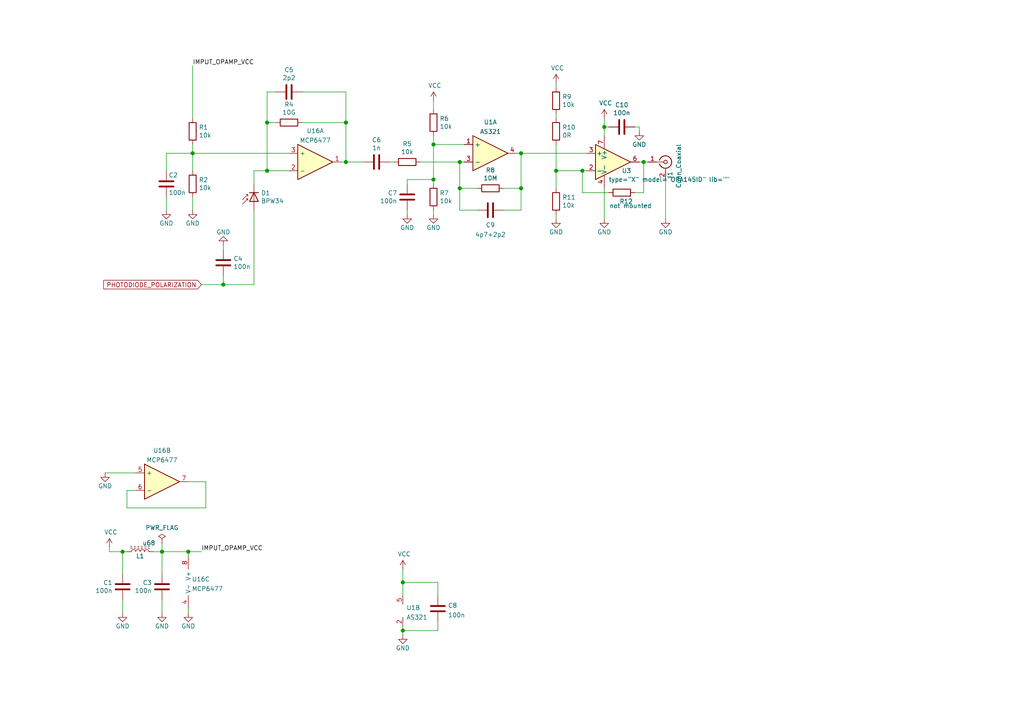
<source format=kicad_sch>
(kicad_sch (version 20210621) (generator eeschema)
  (paper "A4")
  (lib_symbols
    (symbol "Connector:Conn_Coaxial" (pin_names (offset 1.016) hide)
      (property "Reference" "J" (at 0.254 3.048 0))
      (property "Value" "Conn_Coaxial" (at 2.921 0 90))
      (symbol "Conn_Coaxial_0_1"
        (arc (start -1.778 0.508) (end 1.778 0) (radius (at -0.0508 0) (length 1.8034) (angles 163.6 0)) (stroke (width 0.254)))
        (arc (start 1.778 0) (end -1.778 -0.508) (radius (at -0.0254 0) (length 1.8034) (angles 0 -163.8)) (stroke (width 0.254)))
        (circle (center 0 0) (radius 0.508) (stroke (width 0.2032)))
        (polyline (pts (xy -2.54 0) (xy -0.508 0)))
        (polyline (pts (xy 0 -2.54) (xy 0 -1.778)))
      )
      (symbol "Conn_Coaxial_1_1"
        (pin passive line (at -5.08 0 0) (length 2.54) (name "In") (number "1"))
        (pin passive line (at 0 -5.08 90) (length 2.54) (name "Ext") (number "2"))
      )
    )
    (symbol "Device:C" (pin_numbers hide) (pin_names (offset 0.254))
      (property "Reference" "C" (at 0.635 2.54 0))
      (property "Value" "C" (at 0.635 -2.54 0))
      (symbol "C_0_1"
        (polyline (pts (xy -2.032 -0.762) (xy 2.032 -0.762)) (stroke (width 0.508)))
        (polyline (pts (xy -2.032 0.762) (xy 2.032 0.762)) (stroke (width 0.508)))
      )
      (symbol "C_1_1"
        (pin passive line (at 0 3.81 270) (length 2.794) (name "~") (number "1"))
        (pin passive line (at 0 -3.81 90) (length 2.794) (name "~") (number "2"))
      )
    )
    (symbol "Device:D_Photo" (pin_numbers hide) (pin_names hide)
      (property "Reference" "D" (at 0.508 1.778 0))
      (property "Value" "D_Photo" (at -1.016 -2.794 0))
      (symbol "D_Photo_0_1"
        (polyline (pts (xy -2.54 1.27) (xy -2.54 -1.27)) (stroke (width 0.254)))
        (polyline (pts (xy -2.032 1.778) (xy -1.524 1.778)))
        (polyline (pts (xy 0 0) (xy -2.54 0)))
        (polyline (pts (xy -0.508 3.302) (xy -2.032 1.778) (xy -2.032 2.286)))
        (polyline (pts (xy 0 -1.27) (xy 0 1.27) (xy -2.54 0) (xy 0 -1.27)) (stroke (width 0.254)))
        (polyline (pts (xy 0.762 3.302) (xy -0.762 1.778) (xy -0.762 2.286) (xy -0.762 1.778) (xy -0.254 1.778)))
      )
      (symbol "D_Photo_1_1"
        (pin passive line (at -5.08 0 0) (length 2.54) (name "K") (number "1"))
        (pin passive line (at 2.54 0 180) (length 2.54) (name "A") (number "2"))
      )
    )
    (symbol "Device:L_Core_Ferrite" (pin_numbers hide) (pin_names (offset 1.016) hide)
      (property "Reference" "L" (at -1.27 0 90))
      (property "Value" "L_Core_Ferrite" (at 2.794 0 90))
      (symbol "L_Core_Ferrite_0_1"
        (arc (start 0 -2.54) (end 0 -1.27) (radius (at 0 -1.905) (length 0.635) (angles -89.9 89.9)))
        (arc (start 0 -1.27) (end 0 0) (radius (at 0 -0.635) (length 0.635) (angles -89.9 89.9)))
        (arc (start 0 0) (end 0 1.27) (radius (at 0 0.635) (length 0.635) (angles -89.9 89.9)))
        (arc (start 0 1.27) (end 0 2.54) (radius (at 0 1.905) (length 0.635) (angles -89.9 89.9)))
        (polyline (pts (xy 1.016 -2.794) (xy 1.016 -2.286)))
        (polyline (pts (xy 1.016 -1.778) (xy 1.016 -1.27)))
        (polyline (pts (xy 1.016 -0.762) (xy 1.016 -0.254)))
        (polyline (pts (xy 1.016 0.254) (xy 1.016 0.762)))
        (polyline (pts (xy 1.016 1.27) (xy 1.016 1.778)))
        (polyline (pts (xy 1.016 2.286) (xy 1.016 2.794)))
        (polyline (pts (xy 1.524 -2.286) (xy 1.524 -2.794)))
        (polyline (pts (xy 1.524 -1.27) (xy 1.524 -1.778)))
        (polyline (pts (xy 1.524 -0.254) (xy 1.524 -0.762)))
        (polyline (pts (xy 1.524 0.762) (xy 1.524 0.254)))
        (polyline (pts (xy 1.524 1.778) (xy 1.524 1.27)))
        (polyline (pts (xy 1.524 2.794) (xy 1.524 2.286)))
      )
      (symbol "L_Core_Ferrite_1_1"
        (pin passive line (at 0 3.81 270) (length 1.27) (name "1") (number "1"))
        (pin passive line (at 0 -3.81 90) (length 1.27) (name "2") (number "2"))
      )
    )
    (symbol "Device:Opamp_Dual_Generic"
      (property "Reference" "U" (at 0 5.08 0))
      (property "Value" "Opamp_Dual_Generic" (at 0 -5.08 0))
      (symbol "Opamp_Dual_Generic_1_1"
        (polyline (pts (xy -5.08 5.08) (xy 5.08 0) (xy -5.08 -5.08) (xy -5.08 5.08)) (stroke (width 0.254)) (fill (type background)))
        (pin output line (at 7.62 0 180) (length 2.54) (name "~") (number "1"))
        (pin input line (at -7.62 -2.54 0) (length 2.54) (name "-") (number "2"))
        (pin input line (at -7.62 2.54 0) (length 2.54) (name "+") (number "3"))
      )
      (symbol "Opamp_Dual_Generic_2_1"
        (polyline (pts (xy -5.08 5.08) (xy 5.08 0) (xy -5.08 -5.08) (xy -5.08 5.08)) (stroke (width 0.254)) (fill (type background)))
        (pin input line (at -7.62 2.54 0) (length 2.54) (name "+") (number "5"))
        (pin input line (at -7.62 -2.54 0) (length 2.54) (name "-") (number "6"))
        (pin output line (at 7.62 0 180) (length 2.54) (name "~") (number "7"))
      )
      (symbol "Opamp_Dual_Generic_3_1"
        (pin power_in line (at -2.54 -7.62 90) (length 3.81) (name "V-") (number "4"))
        (pin power_in line (at -2.54 7.62 270) (length 3.81) (name "V+") (number "8"))
      )
    )
    (symbol "Device:R" (pin_numbers hide) (pin_names (offset 0))
      (property "Reference" "R" (at 2.032 0 90))
      (property "Value" "R" (at 0 0 90))
      (symbol "R_0_1"
        (rectangle (start -1.016 -2.54) (end 1.016 2.54) (stroke (width 0.254)))
      )
      (symbol "R_1_1"
        (pin passive line (at 0 3.81 270) (length 1.27) (name "~") (number "1"))
        (pin passive line (at 0 -3.81 90) (length 1.27) (name "~") (number "2"))
      )
    )
    (symbol "DiscretePixelDetectorForRadiationAnalysis:AS321"
      (property "Reference" "U" (at 1.27 1.27 0))
      (property "Value" "AS321" (at 1.27 -1.27 0))
      (symbol "AS321_1_1"
        (polyline (pts (xy -5.08 5.08) (xy 5.08 0) (xy -5.08 -5.08) (xy -5.08 5.08)) (stroke (width 0.254)) (fill (type background)))
        (pin input line (at -7.62 2.54 0) (length 2.54) (name "+") (number "1"))
        (pin input line (at -7.62 -2.54 0) (length 2.54) (name "-") (number "3"))
        (pin output line (at 7.62 0 180) (length 2.54) (name "~") (number "4"))
      )
      (symbol "AS321_2_1"
        (pin power_in line (at 0 -5.08 90) (length 2.54) (name "") (number "2"))
        (pin input line (at 0 3.81 270) (length 2.54) (name "") (number "5"))
      )
    )
    (symbol "OPA145ID:OPA145ID" (pin_names (offset 0.254))
      (property "Reference" "U" (at 3.81 3.175 0))
      (property "Value" "OPA145ID" (at 3.81 -3.175 0))
      (symbol "OPA145ID_0_1"
        (polyline (pts (xy 5.08 0) (xy -5.08 5.08) (xy -5.08 -5.08) (xy 5.08 0)) (stroke (width 0.254)) (fill (type background)))
      )
      (symbol "OPA145ID_1_1"
        (pin no_connect line (at 3.81 -10.16 90) (length 3.81) hide (name "~") (number "1"))
        (pin input line (at -7.62 -2.54 0) (length 2.54) (name "-") (number "2"))
        (pin input line (at -7.62 2.54 0) (length 2.54) (name "+") (number "3"))
        (pin power_in line (at -2.54 -7.62 90) (length 3.81) (name "V-") (number "4"))
        (pin no_connect line (at 6.35 -10.16 90) (length 3.81) hide (name "~") (number "5"))
        (pin output line (at 7.62 0 180) (length 2.54) (name "~") (number "6"))
        (pin power_in line (at -2.54 7.62 270) (length 3.81) (name "V+") (number "7"))
      )
    )
    (symbol "power:GND" (power) (pin_names (offset 0))
      (property "Value" "GND" (at 0 -3.81 0))
      (symbol "GND_0_1"
        (polyline (pts (xy 0 0) (xy 0 -1.27) (xy 1.27 -1.27) (xy 0 -2.54) (xy -1.27 -1.27) (xy 0 -1.27)))
      )
      (symbol "GND_1_1"
        (pin power_in line (at 0 0 270) (length 0) hide (name "GND") (number "1"))
      )
    )
    (symbol "power:PWR_FLAG" (power) (pin_numbers hide) (pin_names (offset 0) hide)
      (property "Value" "PWR_FLAG" (at 0 3.81 0))
      (symbol "PWR_FLAG_0_0"
        (pin power_out line (at 0 0 90) (length 0) (name "pwr") (number "1"))
      )
      (symbol "PWR_FLAG_0_1"
        (polyline (pts (xy 0 0) (xy 0 1.27) (xy -1.016 1.905) (xy 0 2.54) (xy 1.016 1.905) (xy 0 1.27)))
      )
    )
    (symbol "power:VCC" (power) (pin_names (offset 0))
      (property "Value" "VCC" (at 0 3.81 0))
      (symbol "VCC_0_1"
        (polyline (pts (xy -0.762 1.27) (xy 0 2.54)))
        (polyline (pts (xy 0 0) (xy 0 2.54)))
        (polyline (pts (xy 0 2.54) (xy 0.762 1.27)))
      )
      (symbol "VCC_1_1"
        (pin power_in line (at 0 0 90) (length 0) hide (name "VCC") (number "1"))
      )
    )
  )
  (junction (at 35.56 160.02) (diameter 1.016))
  (junction (at 46.99 160.02) (diameter 1.016))
  (junction (at 54.61 160.02) (diameter 1.016))
  (junction (at 55.88 44.45) (diameter 1.016))
  (junction (at 64.77 82.55) (diameter 1.016))
  (junction (at 77.47 35.56) (diameter 1.016))
  (junction (at 77.47 49.53) (diameter 1.016))
  (junction (at 100.33 35.56) (diameter 1.016))
  (junction (at 100.33 46.99) (diameter 1.016))
  (junction (at 116.84 168.91) (diameter 1.016))
  (junction (at 116.84 182.88) (diameter 1.016))
  (junction (at 125.73 41.91) (diameter 1.016))
  (junction (at 125.73 52.07) (diameter 1.016))
  (junction (at 133.35 46.99) (diameter 1.016))
  (junction (at 133.35 54.61) (diameter 1.016))
  (junction (at 151.13 44.45) (diameter 1.016))
  (junction (at 151.13 54.61) (diameter 1.016))
  (junction (at 161.29 49.53) (diameter 1.016))
  (junction (at 168.91 49.53) (diameter 1.016))
  (junction (at 175.26 36.83) (diameter 1.016))
  (junction (at 186.69 46.99) (diameter 1.016))
  (wire (pts (xy 30.48 137.16) (xy 39.37 137.16)))
  (wire (pts (xy 31.75 160.02) (xy 31.75 158.75)))
  (wire (pts (xy 31.75 160.02) (xy 35.56 160.02)))
  (wire (pts (xy 35.56 166.37) (xy 35.56 160.02)))
  (wire (pts (xy 35.56 173.99) (xy 35.56 177.8)))
  (wire (pts (xy 36.83 142.24) (xy 36.83 147.32)))
  (wire (pts (xy 36.83 147.32) (xy 59.69 147.32)))
  (wire (pts (xy 36.83 160.02) (xy 35.56 160.02)))
  (wire (pts (xy 39.37 142.24) (xy 36.83 142.24)))
  (wire (pts (xy 44.45 160.02) (xy 46.99 160.02)))
  (wire (pts (xy 46.99 157.48) (xy 46.99 160.02)))
  (wire (pts (xy 46.99 160.02) (xy 54.61 160.02)))
  (wire (pts (xy 46.99 166.37) (xy 46.99 160.02)))
  (wire (pts (xy 46.99 173.99) (xy 46.99 177.8)))
  (wire (pts (xy 48.26 44.45) (xy 48.26 49.53)))
  (wire (pts (xy 48.26 44.45) (xy 55.88 44.45)))
  (wire (pts (xy 48.26 60.96) (xy 48.26 57.15)))
  (wire (pts (xy 54.61 160.02) (xy 54.61 161.29)))
  (wire (pts (xy 54.61 160.02) (xy 58.42 160.02)))
  (wire (pts (xy 54.61 176.53) (xy 54.61 177.8)))
  (wire (pts (xy 55.88 19.05) (xy 55.88 34.29)))
  (wire (pts (xy 55.88 41.91) (xy 55.88 44.45)))
  (wire (pts (xy 55.88 44.45) (xy 55.88 49.53)))
  (wire (pts (xy 55.88 44.45) (xy 83.82 44.45)))
  (wire (pts (xy 55.88 60.96) (xy 55.88 57.15)))
  (wire (pts (xy 59.69 139.7) (xy 54.61 139.7)))
  (wire (pts (xy 59.69 147.32) (xy 59.69 139.7)))
  (wire (pts (xy 64.77 71.12) (xy 64.77 72.39)))
  (wire (pts (xy 64.77 82.55) (xy 58.42 82.55)))
  (wire (pts (xy 64.77 82.55) (xy 64.77 80.01)))
  (wire (pts (xy 73.66 49.53) (xy 73.66 53.34)))
  (wire (pts (xy 73.66 49.53) (xy 77.47 49.53)))
  (wire (pts (xy 73.66 60.96) (xy 73.66 82.55)))
  (wire (pts (xy 73.66 82.55) (xy 64.77 82.55)))
  (wire (pts (xy 77.47 26.67) (xy 77.47 35.56)))
  (wire (pts (xy 77.47 35.56) (xy 80.01 35.56)))
  (wire (pts (xy 77.47 49.53) (xy 77.47 35.56)))
  (wire (pts (xy 77.47 49.53) (xy 83.82 49.53)))
  (wire (pts (xy 80.01 26.67) (xy 77.47 26.67)))
  (wire (pts (xy 87.63 26.67) (xy 100.33 26.67)))
  (wire (pts (xy 87.63 35.56) (xy 100.33 35.56)))
  (wire (pts (xy 99.06 46.99) (xy 100.33 46.99)))
  (wire (pts (xy 100.33 26.67) (xy 100.33 35.56)))
  (wire (pts (xy 100.33 35.56) (xy 100.33 46.99)))
  (wire (pts (xy 100.33 46.99) (xy 105.41 46.99)))
  (wire (pts (xy 113.03 46.99) (xy 114.3 46.99)))
  (wire (pts (xy 116.84 165.1) (xy 116.84 168.91)))
  (wire (pts (xy 116.84 168.91) (xy 116.84 172.72)))
  (wire (pts (xy 116.84 168.91) (xy 127 168.91)))
  (wire (pts (xy 116.84 181.61) (xy 116.84 182.88)))
  (wire (pts (xy 116.84 182.88) (xy 116.84 184.15)))
  (wire (pts (xy 116.84 182.88) (xy 127 182.88)))
  (wire (pts (xy 118.11 52.07) (xy 125.73 52.07)))
  (wire (pts (xy 118.11 53.34) (xy 118.11 52.07)))
  (wire (pts (xy 118.11 62.23) (xy 118.11 60.96)))
  (wire (pts (xy 121.92 46.99) (xy 133.35 46.99)))
  (wire (pts (xy 125.73 29.21) (xy 125.73 31.75)))
  (wire (pts (xy 125.73 39.37) (xy 125.73 41.91)))
  (wire (pts (xy 125.73 41.91) (xy 125.73 52.07)))
  (wire (pts (xy 125.73 52.07) (xy 125.73 53.34)))
  (wire (pts (xy 125.73 62.23) (xy 125.73 60.96)))
  (wire (pts (xy 127 172.72) (xy 127 168.91)))
  (wire (pts (xy 127 182.88) (xy 127 180.34)))
  (wire (pts (xy 133.35 46.99) (xy 134.62 46.99)))
  (wire (pts (xy 133.35 54.61) (xy 133.35 46.99)))
  (wire (pts (xy 133.35 60.96) (xy 133.35 54.61)))
  (wire (pts (xy 133.35 60.96) (xy 138.43 60.96)))
  (wire (pts (xy 134.62 41.91) (xy 125.73 41.91)))
  (wire (pts (xy 138.43 54.61) (xy 133.35 54.61)))
  (wire (pts (xy 146.05 54.61) (xy 151.13 54.61)))
  (wire (pts (xy 146.05 60.96) (xy 151.13 60.96)))
  (wire (pts (xy 149.86 44.45) (xy 151.13 44.45)))
  (wire (pts (xy 151.13 44.45) (xy 170.18 44.45)))
  (wire (pts (xy 151.13 54.61) (xy 151.13 44.45)))
  (wire (pts (xy 151.13 54.61) (xy 151.13 60.96)))
  (wire (pts (xy 161.29 25.4) (xy 161.29 24.13)))
  (wire (pts (xy 161.29 33.02) (xy 161.29 34.29)))
  (wire (pts (xy 161.29 41.91) (xy 161.29 49.53)))
  (wire (pts (xy 161.29 49.53) (xy 161.29 54.61)))
  (wire (pts (xy 161.29 49.53) (xy 168.91 49.53)))
  (wire (pts (xy 161.29 62.23) (xy 161.29 63.5)))
  (wire (pts (xy 168.91 49.53) (xy 168.91 55.88)))
  (wire (pts (xy 170.18 49.53) (xy 168.91 49.53)))
  (wire (pts (xy 175.26 36.83) (xy 175.26 34.29)))
  (wire (pts (xy 175.26 39.37) (xy 175.26 36.83)))
  (wire (pts (xy 175.26 54.61) (xy 175.26 63.5)))
  (wire (pts (xy 176.53 36.83) (xy 175.26 36.83)))
  (wire (pts (xy 176.53 55.88) (xy 168.91 55.88)))
  (wire (pts (xy 184.15 36.83) (xy 185.42 36.83)))
  (wire (pts (xy 184.15 55.88) (xy 186.69 55.88)))
  (wire (pts (xy 185.42 36.83) (xy 185.42 38.1)))
  (wire (pts (xy 186.69 46.99) (xy 185.42 46.99)))
  (wire (pts (xy 186.69 46.99) (xy 186.69 55.88)))
  (wire (pts (xy 186.69 46.99) (xy 187.96 46.99)))
  (wire (pts (xy 193.04 52.07) (xy 193.04 63.5)))
  (label "IMPUT_OPAMP_VCC" (at 55.88 19.05 0))
  (label "IMPUT_OPAMP_VCC" (at 58.42 160.02 0))
  (global_label "PHOTODIODE_POLARIZATION" (shape input) (at 58.42 82.55 180) (property "Intersheet References" "${INTERSHEET_REFS}" (effects hide)))
  (symbol (lib_id "power:VCC") (at 31.75 158.75 0) (unit 1)
    (property "Reference" "#PWR01" (effects hide))
    (property "Value" "VCC" (at 32.131 154.3558 0))
  )
  (symbol (lib_id "power:VCC") (at 116.84 165.1 0) (unit 1)
    (property "Reference" "#PWR011" (effects hide))
    (property "Value" "VCC" (at 117.221 160.7058 0))
  )
  (symbol (lib_id "power:VCC") (at 125.73 29.21 0) (unit 1)
    (property "Reference" "#PWR09" (effects hide))
    (property "Value" "VCC" (at 126.111 24.8158 0))
  )
  (symbol (lib_id "power:VCC") (at 161.29 24.13 0) (unit 1)
    (property "Reference" "#PWR014" (effects hide))
    (property "Value" "VCC" (at 161.671 19.7358 0))
  )
  (symbol (lib_id "power:VCC") (at 175.26 34.29 0) (unit 1)
    (property "Reference" "#PWR016" (effects hide))
    (property "Value" "VCC" (at 175.641 29.8958 0))
  )
  (symbol (lib_id "power:PWR_FLAG") (at 46.99 157.48 0) (unit 1)
    (property "Reference" "#FLG01" (effects hide))
    (property "Value" "PWR_FLAG" (at 46.99 153.0604 0))
  )
  (symbol (lib_id "DiscretePixelDetectorForRadiationAnalysis:AS321") (at 116.84 176.53 0) (unit 2)
    (property "Reference" "U1" (at 117.8561 176.2565 0) (effects (justify left)))
    (property "Value" "AS321" (at 117.8561 179.0316 0) (effects (justify left)))
    (property "Footprint" "Package_TO_SOT_SMD:SOT-223-5" (effects hide))
    (property "Datasheet" "https://www.tme.eu/Document/ff04728045a484fb1c57ffb6d73e1bf1/AS321.pdf" (effects hide))
  )
  (symbol (lib_id "power:GND") (at 30.48 137.16 0) (mirror y) (unit 1)
    (property "Reference" "#PWR012" (effects hide))
    (property "Value" "GND" (at 30.48 140.97 0))
  )
  (symbol (lib_id "power:GND") (at 35.56 177.8 0) (mirror y) (unit 1)
    (property "Reference" "#PWR02" (effects hide))
    (property "Value" "GND" (at 35.56 181.61 0))
  )
  (symbol (lib_id "power:GND") (at 46.99 177.8 0) (mirror y) (unit 1)
    (property "Reference" "#PWR04" (effects hide))
    (property "Value" "GND" (at 46.99 181.61 0))
  )
  (symbol (lib_id "power:GND") (at 48.26 60.96 0) (unit 1)
    (property "Reference" "#PWR03" (effects hide))
    (property "Value" "GND" (at 48.26 64.77 0))
  )
  (symbol (lib_id "power:GND") (at 54.61 177.8 0) (mirror y) (unit 1)
    (property "Reference" "#PWR07" (effects hide))
    (property "Value" "GND" (at 54.61 181.61 0))
  )
  (symbol (lib_id "power:GND") (at 55.88 60.96 0) (unit 1)
    (property "Reference" "#PWR05" (effects hide))
    (property "Value" "GND" (at 55.88 64.77 0))
  )
  (symbol (lib_id "power:GND") (at 64.77 71.12 180) (unit 1)
    (property "Reference" "#PWR06" (effects hide))
    (property "Value" "GND" (at 64.77 67.31 0))
  )
  (symbol (lib_id "power:GND") (at 116.84 184.15 0) (unit 1)
    (property "Reference" "#PWR013" (effects hide))
    (property "Value" "GND" (at 116.84 187.96 0))
  )
  (symbol (lib_id "power:GND") (at 118.11 62.23 0) (unit 1)
    (property "Reference" "#PWR08" (effects hide))
    (property "Value" "GND" (at 118.11 66.04 0))
  )
  (symbol (lib_id "power:GND") (at 125.73 62.23 0) (unit 1)
    (property "Reference" "#PWR010" (effects hide))
    (property "Value" "GND" (at 125.73 66.04 0))
  )
  (symbol (lib_id "power:GND") (at 161.29 63.5 0) (unit 1)
    (property "Reference" "#PWR015" (effects hide))
    (property "Value" "GND" (at 161.29 67.31 0))
  )
  (symbol (lib_id "power:GND") (at 175.26 63.5 0) (unit 1)
    (property "Reference" "#PWR017" (effects hide))
    (property "Value" "GND" (at 175.26 67.31 0))
  )
  (symbol (lib_id "power:GND") (at 185.42 38.1 0) (unit 1)
    (property "Reference" "#PWR018" (effects hide))
    (property "Value" "GND" (at 185.42 41.91 0))
  )
  (symbol (lib_id "power:GND") (at 193.04 63.5 0) (unit 1)
    (property "Reference" "#PWR019" (effects hide))
    (property "Value" "GND" (at 193.04 67.31 0))
  )
  (symbol (lib_id "Device:Opamp_Dual_Generic") (at 57.15 168.91 0) (unit 3)
    (property "Reference" "U16" (at 55.6261 168.0015 0) (effects (justify left)))
    (property "Value" "MCP6477" (at 55.6261 170.7766 0) (effects (justify left)))
  )
  (symbol (lib_id "Device:L_Core_Ferrite") (at 40.64 160.02 270) (mirror x) (unit 1)
    (property "Reference" "L1" (at 40.64 161.29 90))
    (property "Value" "u68" (at 43.18 157.48 90))
    (property "Footprint" "Inductor_SMD:L_0805_2012Metric" (effects hide))
  )
  (symbol (lib_id "Device:R") (at 55.88 38.1 0) (unit 1)
    (property "Reference" "R1" (at 57.658 36.9316 0) (effects (justify left)))
    (property "Value" "10k" (at 57.658 39.243 0) (effects (justify left)))
    (property "Footprint" "Resistor_SMD:R_0402_1005Metric" (effects hide))
  )
  (symbol (lib_id "Device:R") (at 55.88 53.34 0) (unit 1)
    (property "Reference" "R2" (at 57.658 52.1716 0) (effects (justify left)))
    (property "Value" "10k" (at 57.658 54.483 0) (effects (justify left)))
    (property "Footprint" "Resistor_SMD:R_0402_1005Metric" (effects hide))
  )
  (symbol (lib_id "Device:R") (at 83.82 35.56 90) (unit 1)
    (property "Reference" "R4" (at 83.82 30.3022 90))
    (property "Value" "10G" (at 83.82 32.6136 90))
    (property "Footprint" "Resistor_SMD:R_0805_2012Metric" (effects hide))
  )
  (symbol (lib_id "Device:R") (at 118.11 46.99 270) (unit 1)
    (property "Reference" "R5" (at 118.11 41.7322 90))
    (property "Value" "10k" (at 118.11 44.0436 90))
    (property "Footprint" "Resistor_SMD:R_0402_1005Metric" (effects hide))
  )
  (symbol (lib_id "Device:R") (at 125.73 35.56 0) (unit 1)
    (property "Reference" "R6" (at 127.508 34.3916 0) (effects (justify left)))
    (property "Value" "10k" (at 127.508 36.703 0) (effects (justify left)))
    (property "Footprint" "Resistor_SMD:R_0402_1005Metric" (effects hide))
  )
  (symbol (lib_id "Device:R") (at 125.73 57.15 0) (unit 1)
    (property "Reference" "R7" (at 127.508 55.9816 0) (effects (justify left)))
    (property "Value" "10k" (at 127.508 58.293 0) (effects (justify left)))
    (property "Footprint" "Resistor_SMD:R_0402_1005Metric" (effects hide))
  )
  (symbol (lib_id "Device:R") (at 142.24 54.61 270) (unit 1)
    (property "Reference" "R8" (at 142.24 49.3522 90))
    (property "Value" "10M" (at 142.24 51.6636 90))
    (property "Footprint" "Resistor_SMD:R_0402_1005Metric" (effects hide))
  )
  (symbol (lib_id "Device:R") (at 161.29 29.21 0) (unit 1)
    (property "Reference" "R9" (at 163.068 28.0416 0) (effects (justify left)))
    (property "Value" "10k" (at 163.068 30.353 0) (effects (justify left)))
    (property "Footprint" "Resistor_SMD:R_0402_1005Metric" (effects hide))
  )
  (symbol (lib_id "Device:R") (at 161.29 38.1 0) (unit 1)
    (property "Reference" "R10" (at 163.068 36.9316 0) (effects (justify left)))
    (property "Value" "0R" (at 163.068 39.243 0) (effects (justify left)))
    (property "Footprint" "Resistor_SMD:R_0402_1005Metric" (effects hide))
  )
  (symbol (lib_id "Device:R") (at 161.29 58.42 0) (unit 1)
    (property "Reference" "R11" (at 163.068 57.2516 0) (effects (justify left)))
    (property "Value" "10k" (at 163.068 59.563 0) (effects (justify left)))
    (property "Footprint" "Resistor_SMD:R_0402_1005Metric" (effects hide))
  )
  (symbol (lib_id "Device:R") (at 180.34 55.88 270) (unit 1)
    (property "Reference" "R12" (at 181.61 58.42 90))
    (property "Value" "not mounted" (at 182.88 59.69 90))
    (property "Footprint" "Resistor_SMD:R_0402_1005Metric" (effects hide))
  )
  (symbol (lib_id "Device:C") (at 35.56 170.18 0) (mirror y) (unit 1)
    (property "Reference" "C1" (at 32.639 169.0116 0) (effects (justify left)))
    (property "Value" "100n" (at 32.639 171.323 0) (effects (justify left)))
    (property "Footprint" "Capacitor_SMD:C_0402_1005Metric" (effects hide))
  )
  (symbol (lib_id "Device:C") (at 46.99 170.18 0) (mirror y) (unit 1)
    (property "Reference" "C3" (at 44.069 169.0116 0) (effects (justify left)))
    (property "Value" "100n" (at 44.069 171.323 0) (effects (justify left)))
    (property "Footprint" "Capacitor_SMD:C_0402_1005Metric" (effects hide))
  )
  (symbol (lib_id "Device:C") (at 48.26 53.34 0) (unit 1)
    (property "Reference" "C2" (at 48.895 50.8 0) (effects (justify left)))
    (property "Value" "100n" (at 48.895 55.88 0) (effects (justify left)))
    (property "Footprint" "Capacitor_SMD:C_0402_1005Metric" (effects hide))
  )
  (symbol (lib_id "Device:C") (at 64.77 76.2 0) (unit 1)
    (property "Reference" "C4" (at 67.691 75.0316 0) (effects (justify left)))
    (property "Value" "100n" (at 67.691 77.343 0) (effects (justify left)))
    (property "Footprint" "Capacitor_SMD:C_0402_1005Metric" (effects hide))
  )
  (symbol (lib_id "Device:C") (at 83.82 26.67 270) (unit 1)
    (property "Reference" "C5" (at 83.82 20.2692 90))
    (property "Value" "2p2" (at 83.82 22.5806 90))
    (property "Footprint" "Capacitor_SMD:C_0402_1005Metric" (effects hide))
  )
  (symbol (lib_id "Device:C") (at 109.22 46.99 270) (unit 1)
    (property "Reference" "C6" (at 109.22 40.5892 90))
    (property "Value" "1n" (at 109.22 42.9006 90))
    (property "Footprint" "Capacitor_SMD:C_0402_1005Metric" (effects hide))
  )
  (symbol (lib_id "Device:C") (at 118.11 57.15 0) (unit 1)
    (property "Reference" "C7" (at 115.189 55.9816 0) (effects (justify right)))
    (property "Value" "100n" (at 115.189 58.293 0) (effects (justify right)))
    (property "Footprint" "Capacitor_SMD:C_0402_1005Metric" (effects hide))
  )
  (symbol (lib_id "Device:C") (at 127 176.53 0) (unit 1)
    (property "Reference" "C8" (at 129.9211 175.6215 0) (effects (justify left)))
    (property "Value" "100n" (at 129.9211 178.3966 0) (effects (justify left)))
    (property "Footprint" "Capacitor_SMD:C_0402_1005Metric" (effects hide))
  )
  (symbol (lib_id "Device:C") (at 142.24 60.96 270) (unit 1)
    (property "Reference" "C9" (at 142.24 65.2686 90))
    (property "Value" "4p7+2p2" (at 142.24 68.0437 90))
    (property "Footprint" "Capacitor_SMD:C_0402_1005Metric" (effects hide))
  )
  (symbol (lib_id "Device:C") (at 180.34 36.83 270) (unit 1)
    (property "Reference" "C10" (at 180.34 30.4292 90))
    (property "Value" "100n" (at 180.34 32.7406 90))
    (property "Footprint" "Capacitor_SMD:C_0402_1005Metric" (effects hide))
  )
  (symbol (lib_id "Device:D_Photo") (at 73.66 58.42 90) (mirror x) (unit 1)
    (property "Reference" "D1" (at 75.692 55.9816 90) (effects (justify right)))
    (property "Value" "BPW34" (at 75.692 58.293 90) (effects (justify right)))
    (property "Footprint" "LED_THT:LED_Rectangular_W5.0mm_H5.0mm" (effects hide))
  )
  (symbol (lib_id "Connector:Conn_Coaxial") (at 193.04 46.99 0) (unit 1)
    (property "Reference" "J1" (at 194.31 52.07 90) (effects (justify left)))
    (property "Value" "Conn_Coaxial" (at 196.85 54.61 90) (effects (justify left)))
    (property "Footprint" "Connector_Coaxial:SMA_Molex_73251-2200_Horizontal" (effects hide))
    (property "Datasheet" " ~" (effects hide))
  )
  (symbol (lib_id "Device:Opamp_Dual_Generic") (at 46.99 139.7 0) (unit 2)
    (property "Reference" "U16" (at 46.99 130.6534 0))
    (property "Value" "MCP6477" (at 46.99 133.4285 0))
  )
  (symbol (lib_id "Device:Opamp_Dual_Generic") (at 91.44 46.99 0) (unit 1)
    (property "Reference" "U16" (at 91.44 37.9434 0))
    (property "Value" "MCP6477" (at 91.44 40.7185 0))
  )
  (symbol (lib_id "DiscretePixelDetectorForRadiationAnalysis:AS321") (at 142.24 44.45 0) (unit 1)
    (property "Reference" "U1" (at 142.24 35.4034 0))
    (property "Value" "AS321" (at 142.24 38.1785 0))
    (property "Footprint" "Package_TO_SOT_SMD:SOT-223-5" (effects hide))
    (property "Datasheet" "https://www.tme.eu/Document/ff04728045a484fb1c57ffb6d73e1bf1/AS321.pdf" (effects hide))
  )
  (symbol (lib_id "OPA145ID:OPA145ID") (at 177.8 46.99 0) (unit 1)
    (property "Reference" "U3" (at 180.34 49.53 0) (effects (justify left)))
    (property "Value" "OPA145ID" (at 176.53 52.07 0) (effects (justify left)))
    (property "Footprint" "Package_SO:SOIC-8_3.9x4.9mm_P1.27mm" (effects hide))
    (property "Datasheet" "https://www.ti.com/lit/ds/symlink/opa145.pdf?HQS=dis-mous-null-mousermode-dsf-pf-null-wwe&DCM=yes&ref_url=https%3A%2F%2Fwww.mouser.fr%2F&distId=26" (effects hide))
    (property "Spice_Netlist_Enabled" "Y" (effects hide))
    (property "Spice_Primitive" "X" (effects hide))
  )
)
</source>
